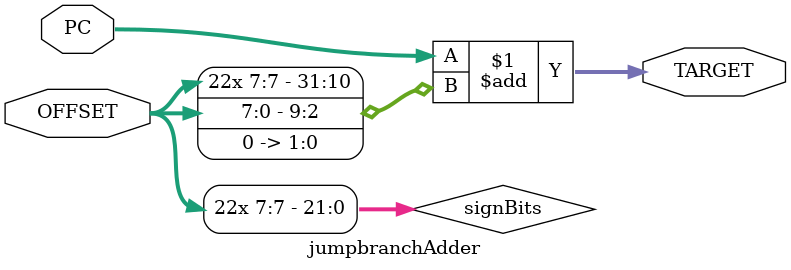
<source format=v>


`timescale 1ns/100ps
module jumpbranchAdder(PC, OFFSET, TARGET);
	
	//Declaration of input and output ports
	input [31:0] PC;
	input [7:0] OFFSET;
	output [31:0] TARGET;
	
	wire [21:0] signBits;		//this bus to stores extended sign bits
	
	assign signBits = {22{OFFSET[7]}};	//extending the sign bit (MSB) of OFFSET to all 22 bits in bus
	
	
	//First 22 bits contain the extended sign bits, 
	//next 8 bits contain the actual offset, the next two 0 bits shift left by 2 (mutiplying by 4)
	assign #2 TARGET = PC + {signBits, OFFSET, 2'b0};	
	
endmodule
</source>
